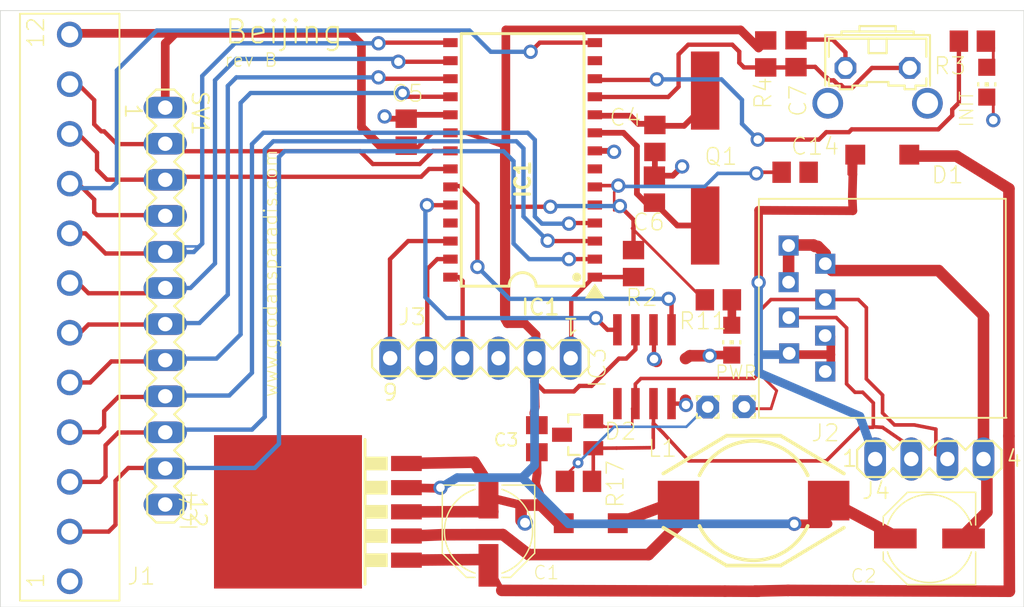
<source format=kicad_pcb>
(kicad_pcb (version 20241229) (generator "pcbnew") (generator_version "9.0")
  (layers (0 "F.Cu" signal) (4 "In1.Cu" signal) (6 "In2.Cu" signal) (8 "In3.Cu" signal) (10 "In4.Cu" signal) (2 "B.Cu" signal) (13 "F.Paste" user) (15 "B.Paste" user) (5 "F.SilkS" user "F.Silkscreen") (7 "B.SilkS" user "B.Silkscreen") (1 "F.Mask" user) (3 "B.Mask" user) (25 "Edge.Cuts" user))
  (net 0 "")
  (net 1 "+12V")
  (net 2 "VREF")
  (net 3 "GND")
  (net 4 "VCC")
  (net 5 "TXCAN")
  (net 6 "N$4")
  (net 7 "N$6")
  (net 8 "RXCAN")
  (net 9 "N$5")
  (net 10 "N$12")
  (net 11 "N$13")
  (net 12 "N$14")
  (net 13 "N$15")
  (net 14 "CANL")
  (net 15 "N$3")
  (net 16 "N$1")
  (net 17 "N$2")
  (net 18 "N$7")
  (net 19 "N$20")
  (net 20 "N$22")
  (net 21 "N$11")
  (net 22 "IO10")
  (net 23 "IO9")
  (net 24 "IO8")
  (net 25 "IO7")
  (net 26 "IO6")
  (net 27 "IO5")
  (net 28 "IO4")
  (net 29 "IO3")
  (net 30 "IO2")
  (net 31 "IO1")
  (footprint "beijing_rev_B:C0805" (layer "F.Cu") (at 158.5437 93.0044 90)
    (property "Reference" "C4")
    (property "Value" "15pF" (hide yes))
  )
  (footprint "beijing_rev_B:9C" (layer "F.Cu") (at 162.0811 94.3736 -90)
    (property "Reference" "Q1")
    (property "Value" "10 MHz" (hide yes))
  )
  (footprint "beijing_rev_B:PANASONIC_D" (layer "F.Cu") (at 146.8389 120.6594 -90)
    (property "Reference" "C1")
    (property "Value" "100uF" (hide yes))
  )
  (footprint "beijing_rev_B:R0805" (layer "F.Cu") (at 166.3411 87.0536 90)
    (property "Reference" "R4")
    (property "Value" "10K" (hide yes))
  )
  (footprint "beijing_rev_B:R0805" (layer "F.Cu") (at 180.8811 86.1536 180)
    (property "Reference" "R3")
    (property "Value" "1K" (hide yes))
  )
  (footprint "beijing_rev_B:TO263-5" (layer "F.Cu") (at 135.2751 119.2912 90)
    (property "Reference" "IC4")
    (property "Value" "LM2575S" (hide yes))
  )
  (footprint "beijing_rev_B:MA04-1" (layer "F.Cu") (at 177.8511 115.5736)
    (property "Reference" "J4")
    (property "Value" "")
  )
  (footprint "beijing_rev_B:RJ-45" (layer "F.Cu") (at 176.8811 104.9636 90)
    (property "Reference" "J2")
    (property "Value" "A00-108-220-450" (hide yes))
  )
  (footprint "beijing_rev_B:R0805" (layer "F.Cu") (at 157.0411 101.8136 90)
    (property "Reference" "R2")
    (property "Value" "10K" (hide yes))
  )
  (footprint "beijing_rev_B:B3F-31XX" (layer "F.Cu") (at 174.2111 89.2836 180)
    (property "Reference" "S1" (hide yes))
    (property "Value" "")
  )
  (footprint "beijing_rev_B:SOT23" (layer "F.Cu") (at 153.1111 113.8636 90)
    (property "Reference" "D2")
    (property "Value" "NUP2105L" (hide yes))
  )
  (footprint "beijing_rev_B:R0805" (layer "F.Cu") (at 163.0111 104.3636 180)
    (property "Reference" "R11")
    (property "Value" "1K" (hide yes))
  )
  (footprint "beijing_rev_B:CHIP-LED0805" (layer "F.Cu") (at 163.9511 107.2036 180)
    (property "Reference" "LED2" (hide yes))
    (property "Value" "Red LED")
  )
  (footprint "beijing_rev_B:CHIP-LED0805" (layer "F.Cu") (at 181.8911 89.0436 180)
    (property "Reference" "LED1" (hide yes))
    (property "Value" "")
  )
  (footprint "beijing_rev_B:C0805" (layer "F.Cu") (at 168.4111 95.3836 180)
    (property "Reference" "C14")
    (property "Value" "10 uF" (hide yes))
  )
  (footprint "beijing_rev_B:MA12-1" (layer "F.Cu") (at 124.1011 104.8036 -90)
    (property "Reference" "SV1")
    (property "Value" "")
  )
  (footprint "beijing_rev_B:SO28" (layer "F.Cu") (at 149.2411 94.5136 90)
    (property "Reference" "IC1")
    (property "Value" "PIC18F2580" (hide yes))
  )
  (footprint "beijing_rev_B:1,6_0,8" (layer "F.Cu") (at 164.8311 111.8936)
    (property "Reference" "PAD2" (hide yes))
    (property "Value" "")
  )
  (footprint "beijing_rev_B:C0805" (layer "F.Cu") (at 168.4711 87.0336 -90)
    (property "Reference" "C7")
    (property "Value" "0.1uF" (hide yes))
  )
  (footprint "beijing_rev_B:MA06-1" (layer "F.Cu") (at 146.2711 108.4736 180)
    (property "Reference" "J3")
    (property "Value" "")
  )
  (footprint "beijing_rev_B:SOD123" (layer "F.Cu") (at 154.0333 120.0914 180)
    (property "Reference" "D3" (hide yes))
    (property "Value" "1N5819" (hide yes))
  )
  (footprint "beijing_rev_B:0805" (layer "F.Cu") (at 150.2411 114.1436 90)
    (property "Reference" "C3")
    (property "Value" "100nF" (hide yes))
  )
  (footprint "beijing_rev_B:SOD123" (layer "F.Cu") (at 174.5411 94.1436 180)
    (property "Reference" "D1")
    (property "Value" "1N5819" (hide yes))
  )
  (footprint "beijing_rev_B:PANASONIC_D" (layer "F.Cu") (at 177.8587 121.1678 180)
    (property "Reference" "C2")
    (property "Value" "330uF" (hide yes))
  )
  (footprint "beijing_rev_B:1,6_0,8" (layer "F.Cu") (at 162.2611 111.9136)
    (property "Reference" "PAD1" (hide yes))
    (property "Value" "")
  )
  (footprint "beijing_rev_B:DO3316P" (layer "F.Cu") (at 165.4887 118.5014)
    (property "Reference" "L1")
    (property "Value" "330 uH" (hide yes))
  )
  (footprint "beijing_rev_B:SO-08" (layer "F.Cu") (at 157.8111 109.0736 180)
    (property "Reference" "IC3")
    (property "Value" "MCP2551SN" (hide yes))
  )
  (footprint "beijing_rev_B:R0805" (layer "F.Cu") (at 153.1711 117.1436 180)
    (property "Reference" "R17")
    (property "Value" "120" (hide yes))
  )
  (footprint "beijing_rev_B:C0805" (layer "F.Cu") (at 158.5127 96.575 -90)
    (property "Reference" "C6")
    (property "Value" "15pF" (hide yes))
  )
  (footprint "beijing_rev_B:C0805" (layer "F.Cu") (at 141.0511 92.5636 90)
    (property "Reference" "C5")
    (property "Value" "0.1uF" (hide yes))
  )
  (footprint "beijing_rev_B:PINHEAD-12" (layer "F.Cu") (at 117.3811 106.6836 90)
    (property "Reference" "J1")
    (property "Value" "OSTTE-12" (hide yes))
  )
  (gr_line (start 112.5011 84.0036) (end 184.5011 84.0036) (stroke (width 0.05)) (layer "Edge.Cuts"))
  (gr_line (start 184.5011 84.0036) (end 184.5011 126.0036) (stroke (width 0.05)) (layer "Edge.Cuts"))
  (gr_line (start 112.5011 126.0036) (end 112.5011 84.0036) (stroke (width 0.05)) (layer "Edge.Cuts"))
  (gr_line (start 184.5011 126.0036) (end 112.5011 126.0036) (stroke (width 0.05)) (layer "Edge.Cuts"))
  (gr_text "INIT" (at 181.0211 92.2836 90) (layer "F.SilkS") (effects (font (size 0.93472 0.93472) (thickness 0.08128)) (justify left bottom)))
  (gr_text "www.grodansparadis.com" (at 132.0491 111.2696 90) (layer "F.SilkS") (effects (font (size 0.93472 0.93472) (thickness 0.08128)) (justify left bottom)))
  (gr_text "Beijing" (at 128.1975 86.4482 0) (layer "F.SilkS") (effects (font (size 1.63576 1.63576) (thickness 0.14224)) (justify left bottom)))
  (gr_text "rev B" (at 128.2051 88.0306 0) (layer "F.SilkS") (effects (font (size 0.93472 0.93472) (thickness 0.08128)) (justify left bottom)))
  (gr_text "PWR" (at 162.7311 110.0136 0) (layer "F.SilkS") (effects (font (size 0.93472 0.93472) (thickness 0.08128)) (justify left bottom)))
  (segment (start 165.8411 103.1436) (end 165.8411 98.0636) (width 0.6096) (layer "F.Cu") (net 1))
  (segment (start 172.1911 95.5236) (end 172.1911 94.2536) (width 0.2032) (layer "F.Cu") (net 1))
  (segment (start 172.6411 94.1436) (end 172.3211 94.1636) (width 0.4064) (layer "F.Cu") (net 1))
  (segment (start 172.4726 95.5303) (end 172.1911 95.5236) (width 0.2032) (layer "F.Cu") (net 1))
  (segment (start 170.9211 106.9536) (end 170.5211 106.8836) (width 0.6096) (layer "F.Cu") (net 1))
  (segment (start 170.9211 108.2236) (end 170.9211 106.9536) (width 0.6096) (layer "F.Cu") (net 1))
  (segment (start 167.9911 108.1336) (end 168.3811 108.2236) (width 0.2032) (layer "F.Cu") (net 1))
  (segment (start 172.4311 97.1436) (end 172.4726 95.5303) (width 0.6096) (layer "F.Cu") (net 1))
  (segment (start 168.3811 108.2236) (end 170.9211 108.2236) (width 0.6096) (layer "F.Cu") (net 1))
  (segment (start 170.9211 108.2236) (end 170.9211 109.4936) (width 0.6096) (layer "F.Cu") (net 1))
  (segment (start 172.4711 98.0936) (end 172.4311 97.1436) (width 0.6096) (layer "F.Cu") (net 1))
  (segment (start 172.1911 94.2536) (end 172.6411 94.1436) (width 0.2032) (layer "F.Cu") (net 1))
  (segment (start 170.9211 109.4936) (end 170.5311 109.4136) (width 0.6096) (layer "F.Cu") (net 1))
  (segment (start 165.8411 98.0636) (end 172.4711 98.0936) (width 0.6096) (layer "F.Cu") (net 1))
  (segment (start 172.4726 95.5303) (end 172.5111 94.0336) (width 0.6096) (layer "F.Cu") (net 1))
  (via (at 165.8411 103.1436) (size 1.0064) (drill 0.6) (layers "F.Cu" "B.Cu") (net 1))
  (segment (start 165.8411 108.2236) (end 165.8411 103.1436) (width 0.6096) (layer "B.Cu") (net 1))
  (segment (start 165.8411 108.2236) (end 168.3811 108.2236) (width 0.6096) (layer "B.Cu") (net 1))
  (segment (start 165.8411 109.4936) (end 165.8411 108.2236) (width 0.6096) (layer "B.Cu") (net 1))
  (segment (start 165.8411 109.4936) (end 172.9711 112.5636) (width 0.6096) (layer "B.Cu") (net 1))
  (segment (start 172.9711 112.5636) (end 174.0411 115.5736) (width 0.6096) (layer "B.Cu") (net 1))
  (segment (start 168.3811 108.2236) (end 167.9911 108.1336) (width 0.2032) (layer "B.Cu") (net 1))
  (segment (start 159.8097 95.625) (end 160.4611 94.9736) (width 0.4064) (layer "F.Cu") (net 3))
  (segment (start 151.8333 120.1266) (end 151.9251 120.2184) (width 0.6096) (layer "F.Cu") (net 3))
  (segment (start 146.9389 118.8546) (end 146.9721 118.8214) (width 0.6096) (layer "F.Cu") (net 3))
  (segment (start 149.1311 118.8194) (end 150.5261 118.8194) (width 0.8128) (layer "F.Cu") (net 3))
  (segment (start 147.1479 118.8194) (end 146.8389 118.2594) (width 0.6096) (layer "F.Cu") (net 3))
  (segment (start 151.9759 120.0914) (end 152.0775 120.193) (width 0.6096) (layer "F.Cu") (net 3))
  (segment (start 151.9759 120.0914) (end 151.4311 119.5466) (width 0.6096) (layer "F.Cu") (net 3))
  (segment (start 141.0663 119.2912) (end 147.1483 119.2796) (width 0.8128) (layer "F.Cu") (net 3))
  (segment (start 147.1479 118.8194) (end 147.2007 118.8722) (width 0.6096) (layer "F.Cu") (net 3))
  (segment (start 171.0511 86.0436) (end 171.9505 86.943) (width 0.3048) (layer "F.Cu") (net 3))
  (segment (start 170.5311 101.1336) (end 170.0011 100.6036) (width 0.8128) (layer "F.Cu") (net 3))
  (segment (start 158.5437 95.594) (end 158.5437 93.9544) (width 0.4064) (layer "F.Cu") (net 3))
  (segment (start 169.7011 100.5036) (end 167.9911 100.5036) (width 0.8128) (layer "F.Cu") (net 3))
  (segment (start 182.3511 90.4436) (end 181.8911 90.0936) (width 0.2032) (layer "F.Cu") (net 3))
  (segment (start 167.9511 100.5436) (end 167.9511 103.1236) (width 0.8128) (layer "F.Cu") (net 3))
  (segment (start 147.1245 118.796) (end 147.1479 118.8194) (width 0.6096) (layer "F.Cu") (net 3))
  (segment (start 146.9721 118.8214) (end 146.9721 117.5514) (width 0.6096) (layer "F.Cu") (net 3))
  (segment (start 158.6511 108.7036) (end 158.4811 108.5336) (width 0.8128) (layer "F.Cu") (net 3))
  (segment (start 170.5311 101.8236) (end 170.5311 101.1336) (width 0.8128) (layer "F.Cu") (net 3))
  (segment (start 167.9911 100.5036) (end 167.9511 100.5436) (width 0.8128) (layer "F.Cu") (net 3))
  (segment (start 168.5111 86.0436) (end 171.0511 86.0436) (width 0.3048) (layer "F.Cu") (net 3))
  (segment (start 150.1611 117.3236) (end 150.2636 116.5236) (width 0.6096) (layer "F.Cu") (net 3))
  (segment (start 155.6061 93.8786) (end 155.6711 93.9436) (width 0.4064) (layer "F.Cu") (net 3))
  (segment (start 146.8329 119.3566) (end 147.1245 118.796) (width 0.6096) (layer "F.Cu") (net 3))
  (segment (start 158.4811 106.5086) (end 158.4461 106.4736) (width 0.3048) (layer "F.Cu") (net 3))
  (segment (start 168.4711 86.0836) (end 168.5111 86.0436) (width 0.3048) (layer "F.Cu") (net 3))
  (segment (start 147.1483 119.2796) (end 146.8329 119.3566) (width 0.6096) (layer "F.Cu") (net 3))
  (segment (start 180.2587 121.1678) (end 180.2587 120.946) (width 0.8128) (layer "F.Cu") (net 3))
  (segment (start 146.9389 118.8546) (end 146.8451 118.9484) (width 0.6096) (layer "F.Cu") (net 3))
  (segment (start 180.2587 120.946) (end 181.9011 119.3036) (width 0.8128) (layer "F.Cu") (net 3))
  (segment (start 154.3211 93.8786) (end 155.6061 93.8786) (width 0.4064) (layer "F.Cu") (net 3))
  (segment (start 181.9011 115.8136) (end 181.6611 115.5736) (width 0.8128) (layer "F.Cu") (net 3))
  (segment (start 149.1311 118.8194) (end 149.1311 118.6436) (width 0.254) (layer "F.Cu") (net 3))
  (segment (start 169.8011 100.6036) (end 169.7011 100.5036) (width 0.8128) (layer "F.Cu") (net 3))
  (segment (start 139.5311 91.4536) (end 139.6911 91.6136) (width 0.4064) (layer "F.Cu") (net 3))
  (segment (start 159.7161 111.6736) (end 160.6411 111.6736) (width 0.3048) (layer "F.Cu") (net 3))
  (segment (start 146.8389 118.2594) (end 146.9389 118.8546) (width 0.6096) (layer "F.Cu") (net 3))
  (segment (start 139.6911 91.6136) (end 141.0511 91.6136) (width 0.4064) (layer "F.Cu") (net 3))
  (segment (start 178.5011 102.3036) (end 171.0111 102.3036) (width 0.8128) (layer "F.Cu") (net 3))
  (segment (start 150.5261 118.8194) (end 151.8333 120.1266) (width 0.8128) (layer "F.Cu") (net 3))
  (segment (start 158.5127 95.625) (end 158.5437 95.594) (width 0.4064) (layer "F.Cu") (net 3))
  (segment (start 150.5261 118.2586) (end 150.1611 117.3236) (width 0.6096) (layer "F.Cu") (net 3))
  (segment (start 170.0011 100.6036) (end 169.8011 100.6036) (width 0.8128) (layer "F.Cu") (net 3))
  (segment (start 161.0011 108.3036) (end 160.7011 108.5036) (width 0.8128) (layer "F.Cu") (net 3))
  (segment (start 145.8407 115.7976) (end 141.0663 115.8876) (width 0.8128) (layer "F.Cu") (net 3))
  (segment (start 181.9011 119.3036) (end 181.9011 115.8136) (width 0.8128) (layer "F.Cu") (net 3))
  (segment (start 146.9721 117.5514) (end 145.8407 115.7976) (width 0.8128) (layer "F.Cu") (net 3))
  (segment (start 149.1311 118.8194) (end 149.1311 119.9136) (width 0.8128) (layer "F.Cu") (net 3))
  (segment (start 162.4511 108.2536) (end 163.9511 108.2536) (width 0.6096) (layer "F.Cu") (net 3))
  (segment (start 171.9505 86.943) (end 171.9505 88.039) (width 0.3048) (layer "F.Cu") (net 3))
  (segment (start 182.3511 91.7136) (end 182.3511 90.4436) (width 0.2032) (layer "F.Cu") (net 3))
  (segment (start 152.1333 120.0914) (end 151.9759 120.0914) (width 0.6096) (layer "F.Cu") (net 3))
  (segment (start 160.7011 111.4336) (end 160.7311 111.7636) (width 0.8128) (layer "F.Cu") (net 3))
  (segment (start 141.0511 91.6136) (end 141.3261 91.3386) (width 0.4064) (layer "F.Cu") (net 3))
  (segment (start 162.4011 108.3036) (end 161.0011 108.3036) (width 0.8128) (layer "F.Cu") (net 3))
  (segment (start 149.1311 119.9136) (end 149.4105 120.066) (width 0.6096) (layer "F.Cu") (net 3))
  (segment (start 141.3261 91.3386) (end 144.1611 91.3386) (width 0.4064) (layer "F.Cu") (net 3))
  (segment (start 181.6611 115.5736) (end 181.6611 105.4636) (width 0.8128) (layer "F.Cu") (net 3))
  (segment (start 158.5127 95.625) (end 159.8097 95.625) (width 0.4064) (layer "F.Cu") (net 3))
  (segment (start 158.5437 93.9544) (end 158.4679 93.8786) (width 0.4064) (layer "F.Cu") (net 3))
  (segment (start 181.6611 105.4636) (end 178.5011 102.3036) (width 0.8128) (layer "F.Cu") (net 3))
  (segment (start 151.8333 120.1266) (end 152.1333 120.0914) (width 0.6096) (layer "F.Cu") (net 3))
  (segment (start 160.6411 111.6736) (end 160.7311 111.7636) (width 0.3048) (layer "F.Cu") (net 3))
  (segment (start 150.5261 118.8194) (end 150.5261 118.2586) (width 0.6096) (layer "F.Cu") (net 3))
  (segment (start 158.4811 108.5336) (end 158.4811 106.5086) (width 0.3048) (layer "F.Cu") (net 3))
  (segment (start 171.0111 102.3036) (end 170.5311 101.8236) (width 0.8128) (layer "F.Cu") (net 3))
  (segment (start 146.8389 118.2594) (end 149.1311 118.8194) (width 0.6096) (layer "F.Cu") (net 3))
  (segment (start 150.2636 116.5236) (end 150.2411 115.0961) (width 0.6096) (layer "F.Cu") (net 3))
  (via (at 182.3511 91.7136) (size 1.0064) (drill 0.6) (layers "F.Cu" "B.Cu") (net 3))
  (via (at 158.4811 108.5336) (size 1.0064) (drill 0.6) (layers "F.Cu" "B.Cu") (net 3))
  (via (at 160.4611 94.9736) (size 1.0064) (drill 0.6) (layers "F.Cu" "B.Cu") (net 3))
  (via (at 155.6711 93.9436) (size 1.0064) (drill 0.6) (layers "F.Cu" "B.Cu") (net 3))
  (via (at 160.7311 111.7636) (size 1.0064) (drill 0.6) (layers "F.Cu" "B.Cu") (net 3))
  (via (at 162.4011 108.3036) (size 1.0064) (drill 0.6) (layers "F.Cu" "B.Cu") (net 3))
  (via (at 149.4105 120.066) (size 1.1064) (drill 0.7) (layers "F.Cu" "B.Cu") (net 3))
  (via (at 139.5311 91.4536) (size 1.0064) (drill 0.6) (layers "F.Cu" "B.Cu") (net 3))
  (segment (start 137.9011 92.2036) (end 137.9011 86.4036) (width 0.6096) (layer "F.Cu") (net 4))
  (segment (start 150.0811 110.1336) (end 150.1311 111.8836) (width 0.6096) (layer "F.Cu") (net 4))
  (segment (start 156.0111 108.5036) (end 156.5311 108.5036) (width 0.3048) (layer "F.Cu") (net 4))
  (segment (start 149.4011 106.0436) (end 150.1811 106.8236) (width 0.6096) (layer "F.Cu") (net 4))
  (segment (start 155.6811 98.0636) (end 156.0811 97.7636) (width 0.1778) (layer "F.Cu") (net 4))
  (segment (start 137.1011 85.6036) (end 124.8011 85.6036) (width 0.6096) (layer "F.Cu") (net 4))
  (segment (start 124.1011 86.3036) (end 124.8011 85.6036) (width 0.6096) (layer "F.Cu") (net 4))
  (segment (start 150.1811 108.3736) (end 150.0811 108.4736) (width 0.3048) (layer "F.Cu") (net 4))
  (segment (start 147.8011 93.5236) (end 147.8011 97.9236) (width 0.3048) (layer "F.Cu") (net 4))
  (segment (start 147.9111 97.8136) (end 151.1911 97.8136) (width 0.3048) (layer "F.Cu") (net 4))
  (segment (start 157.0411 98.7236) (end 157.0411 99.3336) (width 0.3048) (layer "F.Cu") (net 4))
  (segment (start 147.8011 97.9236) (end 147.9111 97.8136) (width 0.3048) (layer "F.Cu") (net 4))
  (segment (start 124.1011 90.8336) (end 124.1011 86.3036) (width 0.6096) (layer "F.Cu") (net 4))
  (segment (start 148.1611 106.0436) (end 149.4011 106.0436) (width 0.6096) (layer "F.Cu") (net 4))
  (segment (start 148.0611 105.6836) (end 148.0611 85.3636) (width 0.6096) (layer "F.Cu") (net 4))
  (segment (start 153.2411 110.4236) (end 154.0911 110.4236) (width 0.3048) (layer "F.Cu") (net 4))
  (segment (start 124.8011 85.6036) (end 117.4611 85.6036) (width 0.6096) (layer "F.Cu") (net 4))
  (segment (start 165.6811 95.4636) (end 165.7611 95.3836) (width 0.254) (layer "F.Cu") (net 4))
  (segment (start 170.7687 118.5014) (end 175.5487 121.0514) (width 0.8128) (layer "F.Cu") (net 4))
  (segment (start 117.4611 85.6036) (end 117.3811 85.6836) (width 0.6096) (layer "F.Cu") (net 4))
  (segment (start 141.0511 93.5136) (end 141.1511 93.6136) (width 0.3048) (layer "F.Cu") (net 4))
  (segment (start 170.7265 120.1336) (end 170.7687 118.5014) (width 0.3048) (layer "F.Cu") (net 4))
  (segment (start 162.0311 104.4136) (end 162.0611 104.3636) (width 0.2032) (layer "F.Cu") (net 4))
  (segment (start 157.1761 107.8586) (end 157.1761 106.4736) (width 0.3048) (layer "F.Cu") (net 4))
  (segment (start 143.4611 117.5936) (end 143.3569 117.6394) (width 0.3048) (layer "F.Cu") (net 4))
  (segment (start 156.0811 97.7636) (end 157.0411 98.7236) (width 0.3048) (layer "F.Cu") (net 4))
  (segment (start 141.0511 93.5136) (end 139.2111 93.5136) (width 0.6096) (layer "F.Cu") (net 4))
  (segment (start 143.3569 117.6394) (end 141.0663 117.5894) (width 0.6096) (layer "F.Cu") (net 4))
  (segment (start 141.8811 93.6136) (end 142.8861 92.6086) (width 0.3048) (layer "F.Cu") (net 4))
  (segment (start 144.1611 92.6086) (end 145.2661 92.6086) (width 0.3048) (layer "F.Cu") (net 4))
  (segment (start 154.0911 110.4236) (end 156.0111 108.5036) (width 0.3048) (layer "F.Cu") (net 4))
  (segment (start 156.5311 108.5036) (end 157.1761 107.8586) (width 0.3048) (layer "F.Cu") (net 4))
  (segment (start 148.0611 85.3636) (end 164.5711 85.3636) (width 0.6096) (layer "F.Cu") (net 4))
  (segment (start 168.3511 120.1336) (end 170.7265 120.1336) (width 0.6096) (layer "F.Cu") (net 4))
  (segment (start 147.8011 97.9236) (end 147.8011 105.4236) (width 0.3048) (layer "F.Cu") (net 4))
  (segment (start 150.7611 110.8136) (end 152.8511 110.8136) (width 0.3048) (layer "F.Cu") (net 4))
  (segment (start 137.9011 86.4036) (end 137.1011 85.6036) (width 0.6096) (layer "F.Cu") (net 4))
  (segment (start 139.2111 93.5136) (end 137.9011 92.2036) (width 0.6096) (layer "F.Cu") (net 4))
  (segment (start 156.9511 99.3336) (end 162.0311 104.4136) (width 0.2032) (layer "F.Cu") (net 4))
  (segment (start 142.8861 92.6086) (end 144.1611 92.6086) (width 0.3048) (layer "F.Cu") (net 4))
  (segment (start 150.0811 108.4736) (end 150.0811 110.1336) (width 0.6096) (layer "F.Cu") (net 4))
  (segment (start 150.1811 106.8236) (end 150.1811 108.3736) (width 0.6096) (layer "F.Cu") (net 4))
  (segment (start 165.8411 86.6336) (end 166.3411 86.1036) (width 0.6096) (layer "F.Cu") (net 4))
  (segment (start 147.9796 105.731) (end 148.0611 105.6836) (width 0.254) (layer "F.Cu") (net 4))
  (segment (start 150.0286 112.3511) (end 150.2411 113.1911) (width 0.6096) (layer "F.Cu") (net 4))
  (segment (start 150.1311 111.8836) (end 150.0286 112.3511) (width 0.6096) (layer "F.Cu") (net 4))
  (segment (start 157.0411 99.3336) (end 156.9511 99.3336) (width 0.2032) (layer "F.Cu") (net 4))
  (segment (start 150.0811 110.1336) (end 150.7611 110.8136) (width 0.3048) (layer "F.Cu") (net 4))
  (segment (start 147.8011 105.4236) (end 147.9796 105.731) (width 0.3048) (layer "F.Cu") (net 4))
  (segment (start 141.1511 93.6136) (end 141.8811 93.6136) (width 0.3048) (layer "F.Cu") (net 4))
  (segment (start 145.2661 92.6086) (end 147.8011 93.5236) (width 0.3048) (layer "F.Cu") (net 4))
  (segment (start 165.7611 95.3836) (end 167.4611 95.3836) (width 0.254) (layer "F.Cu") (net 4))
  (segment (start 147.9796 105.731) (end 148.1611 106.0436) (width 0.6096) (layer "F.Cu") (net 4))
  (segment (start 164.5711 85.3636) (end 165.8411 86.6336) (width 0.6096) (layer "F.Cu") (net 4))
  (segment (start 152.8511 110.8136) (end 153.2411 110.4236) (width 0.3048) (layer "F.Cu") (net 4))
  (segment (start 175.5487 121.0514) (end 175.4587 121.1678) (width 0.4064) (layer "F.Cu") (net 4))
  (segment (start 157.0411 99.3336) (end 157.0411 100.8636) (width 0.3048) (layer "F.Cu") (net 4))
  (segment (start 155.6811 96.7936) (end 155.9711 96.3236) (width 0.1778) (layer "F.Cu") (net 4))
  (segment (start 154.3211 96.4186) (end 154.4161 96.3236) (width 0.254) (layer "F.Cu") (net 4))
  (segment (start 154.4161 96.3236) (end 155.9711 96.3236) (width 0.254) (layer "F.Cu") (net 4))
  (segment (start 155.6811 98.0636) (end 155.6811 96.7936) (width 0.1778) (layer "F.Cu") (net 4))
  (via (at 151.1911 97.8136) (size 1.0064) (drill 0.6) (layers "F.Cu" "B.Cu") (net 4))
  (via (at 155.9711 96.3236) (size 1.0064) (drill 0.6) (layers "F.Cu" "B.Cu") (net 4))
  (via (at 165.6811 95.4636) (size 1.0064) (drill 0.6) (layers "F.Cu" "B.Cu") (net 4))
  (via (at 156.0811 97.7636) (size 1.0064) (drill 0.6) (layers "F.Cu" "B.Cu") (net 4))
  (via (at 168.3511 120.1336) (size 1.0064) (drill 0.6) (layers "F.Cu" "B.Cu") (net 4))
  (via (at 143.4611 117.5936) (size 1.0064) (drill 0.6) (layers "F.Cu" "B.Cu") (net 4))
  (segment (start 155.9711 96.3236) (end 156.0311 96.3836) (width 0.254) (layer "B.Cu") (net 4))
  (segment (start 151.1911 97.8136) (end 151.5411 97.7636) (width 0.3048) (layer "B.Cu") (net 4))
  (segment (start 152.4611 120.1336) (end 168.3511 120.1336) (width 0.6096) (layer "B.Cu") (net 4))
  (segment (start 150.0811 116.0136) (end 149.2111 116.8836) (width 0.6096) (layer "B.Cu") (net 4))
  (segment (start 150.0811 108.4736) (end 150.0811 116.0136) (width 0.6096) (layer "B.Cu") (net 4))
  (segment (start 151.5411 97.7636) (end 156.0811 97.7636) (width 0.3048) (layer "B.Cu") (net 4))
  (segment (start 162.0511 96.3836) (end 162.9711 95.4636) (width 0.254) (layer "B.Cu") (net 4))
  (segment (start 149.2111 116.8836) (end 144.6411 116.8836) (width 0.6096) (layer "B.Cu") (net 4))
  (segment (start 149.2111 116.8836) (end 152.4611 120.1336) (width 0.6096) (layer "B.Cu") (net 4))
  (segment (start 144.6411 116.8836) (end 143.4611 117.5936) (width 0.6096) (layer "B.Cu") (net 4))
  (segment (start 162.9711 95.4636) (end 165.6811 95.4636) (width 0.254) (layer "B.Cu") (net 4))
  (segment (start 156.0311 96.3836) (end 162.0511 96.3836) (width 0.254) (layer "B.Cu") (net 4))
  (segment (start 159.5111 104.2936) (end 159.7161 104.4986) (width 0.3048) (layer "F.Cu") (net 5))
  (segment (start 144.8211 96.3536) (end 144.2261 96.3536) (width 0.3048) (layer "F.Cu") (net 5))
  (segment (start 146.0611 102.0436) (end 146.0611 97.5936) (width 0.3048) (layer "F.Cu") (net 5))
  (segment (start 144.2261 96.3536) (end 144.1611 96.4186) (width 0.3048) (layer "F.Cu") (net 5))
  (segment (start 146.0611 97.5936) (end 144.8211 96.3536) (width 0.3048) (layer "F.Cu") (net 5))
  (segment (start 159.7161 104.4986) (end 159.7161 106.4736) (width 0.3048) (layer "F.Cu") (net 5))
  (via (at 159.5111 104.2936) (size 1.0064) (drill 0.6) (layers "F.Cu" "B.Cu") (net 5))
  (via (at 146.0611 102.0436) (size 1.0064) (drill 0.6) (layers "F.Cu" "B.Cu") (net 5))
  (segment (start 146.0611 102.0436) (end 148.3111 104.2936) (width 0.3048) (layer "B.Cu") (net 5))
  (segment (start 148.3111 104.2936) (end 159.5111 104.2936) (width 0.3048) (layer "B.Cu") (net 5))
  (segment (start 170.0811 93.0836) (end 170.6011 92.5636) (width 0.3048) (layer "F.Cu") (net 6))
  (segment (start 154.4261 88.7986) (end 154.5111 88.8836) (width 0.3048) (layer "F.Cu") (net 6))
  (segment (start 179.4611 91.3836) (end 179.4611 90.9636) (width 0.3048) (layer "F.Cu") (net 6))
  (segment (start 165.7811 93.0836) (end 170.0811 93.0836) (width 0.3048) (layer "F.Cu") (net 6))
  (segment (start 170.6011 92.5636) (end 172.1911 92.5636) (width 0.3048) (layer "F.Cu") (net 6))
  (segment (start 179.9311 90.4936) (end 179.9311 86.1536) (width 0.3048) (layer "F.Cu") (net 6))
  (segment (start 172.1911 92.5636) (end 172.3911 92.3636) (width 0.3048) (layer "F.Cu") (net 6))
  (segment (start 154.3211 88.7986) (end 154.4261 88.7986) (width 0.3048) (layer "F.Cu") (net 6))
  (segment (start 172.3911 92.3636) (end 178.4811 92.3636) (width 0.3048) (layer "F.Cu") (net 6))
  (segment (start 179.4611 90.9636) (end 179.9311 90.4936) (width 0.3048) (layer "F.Cu") (net 6))
  (segment (start 158.6411 88.8836) (end 158.6811 88.8436) (width 0.3048) (layer "F.Cu") (net 6))
  (segment (start 178.4811 92.3636) (end 179.4611 91.3836) (width 0.3048) (layer "F.Cu") (net 6))
  (segment (start 154.5111 88.8836) (end 158.6411 88.8836) (width 0.3048) (layer "F.Cu") (net 6))
  (via (at 165.7811 93.0836) (size 1.0064) (drill 0.6) (layers "F.Cu" "B.Cu") (net 6))
  (via (at 158.6811 88.8436) (size 1.0064) (drill 0.6) (layers "F.Cu" "B.Cu") (net 6))
  (segment (start 163.2311 88.8436) (end 164.6711 90.2836) (width 0.3048) (layer "B.Cu") (net 6))
  (segment (start 164.6711 90.2836) (end 164.6711 91.9736) (width 0.3048) (layer "B.Cu") (net 6))
  (segment (start 164.6711 91.9736) (end 165.7811 93.0836) (width 0.3048) (layer "B.Cu") (net 6))
  (segment (start 158.6811 88.8436) (end 163.2311 88.8436) (width 0.3048) (layer "B.Cu") (net 6))
  (segment (start 159.4911 90.0836) (end 160.2111 89.3636) (width 0.3048) (layer "F.Cu") (net 7))
  (segment (start 173.8157 88.039) (end 176.4717 88.039) (width 0.3048) (layer "F.Cu") (net 7))
  (segment (start 164.4811 87.6736) (end 164.8111 88.0036) (width 0.3048) (layer "F.Cu") (net 7))
  (segment (start 170.5711 88.7136) (end 170.6311 88.7136) (width 0.3048) (layer "F.Cu") (net 7))
  (segment (start 170.8311 88.9136) (end 171.1211 88.9136) (width 0.3048) (layer "F.Cu") (net 7))
  (segment (start 171.1211 88.9136) (end 171.4511 89.2436) (width 0.3048) (layer "F.Cu") (net 7))
  (segment (start 171.6411 89.2436) (end 171.8311 89.4336) (width 0.3048) (layer "F.Cu") (net 7))
  (segment (start 163.9911 86.4036) (end 164.4811 86.8936) (width 0.3048) (layer "F.Cu") (net 7))
  (segment (start 172.4211 89.4336) (end 173.8157 88.039) (width 0.3048) (layer "F.Cu") (net 7))
  (segment (start 171.4511 89.2436) (end 171.6411 89.2436) (width 0.3048) (layer "F.Cu") (net 7))
  (segment (start 170.6311 88.7136) (end 170.8311 88.9136) (width 0.3048) (layer "F.Cu") (net 7))
  (segment (start 171.8311 89.4336) (end 172.4211 89.4336) (width 0.3048) (layer "F.Cu") (net 7))
  (segment (start 168.4511 88.0036) (end 168.4711 87.9836) (width 0.3048) (layer "F.Cu") (net 7))
  (segment (start 160.2111 87.0836) (end 160.8911 86.4036) (width 0.3048) (layer "F.Cu") (net 7))
  (segment (start 166.3411 88.0036) (end 168.4511 88.0036) (width 0.3048) (layer "F.Cu") (net 7))
  (segment (start 154.3211 90.0686) (end 154.3361 90.0836) (width 0.3048) (layer "F.Cu") (net 7))
  (segment (start 160.2111 89.3636) (end 160.2111 87.0836) (width 0.3048) (layer "F.Cu") (net 7))
  (segment (start 168.4911 87.9636) (end 169.8211 87.9636) (width 0.3048) (layer "F.Cu") (net 7))
  (segment (start 164.4811 86.8936) (end 164.4811 87.6736) (width 0.3048) (layer "F.Cu") (net 7))
  (segment (start 168.4711 87.9836) (end 168.4911 87.9636) (width 0.3048) (layer "F.Cu") (net 7))
  (segment (start 160.8911 86.4036) (end 163.9911 86.4036) (width 0.3048) (layer "F.Cu") (net 7))
  (segment (start 154.3361 90.0836) (end 159.4911 90.0836) (width 0.3048) (layer "F.Cu") (net 7))
  (segment (start 169.8211 87.9636) (end 170.5711 88.7136) (width 0.3048) (layer "F.Cu") (net 7))
  (segment (start 164.8111 88.0036) (end 166.3411 88.0036) (width 0.3048) (layer "F.Cu") (net 7))
  (segment (start 144.1461 97.7036) (end 144.1611 97.6886) (width 0.3048) (layer "F.Cu") (net 8))
  (segment (start 154.3911 105.6536) (end 155.2111 106.4736) (width 0.3048) (layer "F.Cu") (net 8))
  (segment (start 155.2111 106.4736) (end 155.9061 106.4736) (width 0.3048) (layer "F.Cu") (net 8))
  (segment (start 142.5111 97.7036) (end 144.1461 97.7036) (width 0.3048) (layer "F.Cu") (net 8))
  (via (at 142.5111 97.7036) (size 1.0064) (drill 0.6) (layers "F.Cu" "B.Cu") (net 8))
  (via (at 154.3911 105.6536) (size 1.0064) (drill 0.6) (layers "F.Cu" "B.Cu") (net 8))
  (segment (start 142.4011 104.1836) (end 143.8711 105.6536) (width 0.3048) (layer "B.Cu") (net 8))
  (segment (start 142.4011 104.1836) (end 142.4011 97.8136) (width 0.3048) (layer "B.Cu") (net 8))
  (segment (start 143.8711 105.6536) (end 154.3911 105.6536) (width 0.3048) (layer "B.Cu") (net 8))
  (segment (start 142.4011 97.8136) (end 142.5111 97.7036) (width 0.3048) (layer "B.Cu") (net 8))
  (segment (start 181.8911 87.9936) (end 182.3511 87.9036) (width 0.2032) (layer "F.Cu") (net 9))
  (segment (start 182.3511 87.9036) (end 182.3511 86.6336) (width 0.2032) (layer "F.Cu") (net 9))
  (segment (start 182.3511 86.6336) (end 181.8311 86.1536) (width 0.254) (layer "F.Cu") (net 9))
  (segment (start 157.0411 102.7636) (end 157.0361 102.7686) (width 0.3048) (layer "F.Cu") (net 10))
  (segment (start 152.6211 108.4736) (end 152.6611 108.4336) (width 0.3048) (layer "F.Cu") (net 10))
  (segment (start 152.6611 104.3436) (end 154.2411 102.7636) (width 0.3048) (layer "F.Cu") (net 10))
  (segment (start 157.0361 102.7686) (end 154.3211 102.7686) (width 0.3048) (layer "F.Cu") (net 10))
  (segment (start 152.6611 108.4336) (end 152.6611 104.3436) (width 0.3048) (layer "F.Cu") (net 10))
  (segment (start 154.2411 102.7636) (end 157.0411 102.7636) (width 0.3048) (layer "F.Cu") (net 10))
  (segment (start 145.0011 108.4736) (end 145.0211 108.4536) (width 0.3048) (layer "F.Cu") (net 11))
  (segment (start 144.7461 102.7686) (end 144.1611 102.7686) (width 0.3048) (layer "F.Cu") (net 11))
  (segment (start 145.0211 103.0436) (end 144.7461 102.7686) (width 0.3048) (layer "F.Cu") (net 11))
  (segment (start 145.0211 108.4536) (end 145.0211 103.0436) (width 0.3048) (layer "F.Cu") (net 11))
  (segment (start 142.5311 102.2036) (end 143.2361 101.4986) (width 0.3048) (layer "F.Cu") (net 12))
  (segment (start 143.2361 101.4986) (end 144.1611 101.4986) (width 0.3048) (layer "F.Cu") (net 12))
  (segment (start 142.5311 108.4036) (end 142.5311 102.2036) (width 0.3048) (layer "F.Cu") (net 12))
  (segment (start 142.4611 108.4736) (end 142.5311 108.4036) (width 0.3048) (layer "F.Cu") (net 12))
  (segment (start 139.9111 108.4636) (end 139.9111 101.5036) (width 0.3048) (layer "F.Cu") (net 13))
  (segment (start 141.1861 100.2286) (end 144.1611 100.2286) (width 0.3048) (layer "F.Cu") (net 13))
  (segment (start 139.9111 101.5036) (end 141.1861 100.2286) (width 0.3048) (layer "F.Cu") (net 13))
  (segment (start 139.9211 108.4736) (end 139.9111 108.4636) (width 0.3048) (layer "F.Cu") (net 13))
  (segment (start 154.2111 112.9136) (end 154.9511 113.2636) (width 0.2032) (layer "F.Cu") (net 14))
  (segment (start 157.5611 109.9036) (end 165.5211 109.9036) (width 0.254) (layer "F.Cu") (net 14))
  (segment (start 174.5611 111.0736) (end 174.5611 112.3336) (width 0.254) (layer "F.Cu") (net 14))
  (segment (start 178.3111 113.4736) (end 178.3111 115.2536) (width 0.254) (layer "F.Cu") (net 14))
  (segment (start 165.8861 109.5386) (end 167.1111 110.7636) (width 0.2032) (layer "F.Cu") (net 14))
  (segment (start 176.7911 113.1736) (end 178.3111 113.4736) (width 0.254) (layer "F.Cu") (net 14))
  (segment (start 175.4011 113.1736) (end 176.7911 113.1736) (width 0.254) (layer "F.Cu") (net 14))
  (segment (start 172.8511 104.3436) (end 173.4211 104.9136) (width 0.254) (layer "F.Cu") (net 14))
  (segment (start 166.7111 104.3436) (end 170.5311 104.3436) (width 0.254) (layer "F.Cu") (net 14))
  (segment (start 157.1711 110.2936) (end 157.5611 109.9036) (width 0.254) (layer "F.Cu") (net 14))
  (segment (start 167.1111 110.7636) (end 166.7111 112.0336) (width 0.2032) (layer "F.Cu") (net 14))
  (segment (start 165.9811 109.4436) (end 165.9811 105.0736) (width 0.254) (layer "F.Cu") (net 14))
  (segment (start 165.8861 109.5386) (end 165.8411 109.4936) (width 0.2032) (layer "F.Cu") (net 14))
  (segment (start 164.5711 112.0336) (end 164.8311 111.8936) (width 0.2032) (layer "F.Cu") (net 14))
  (segment (start 156.9511 112.0336) (end 157.1761 111.6736) (width 0.2032) (layer "F.Cu") (net 14))
  (segment (start 157.1711 111.6686) (end 157.1711 110.2936) (width 0.254) (layer "F.Cu") (net 14))
  (segment (start 173.4211 104.9136) (end 173.4211 109.9336) (width 0.254) (layer "F.Cu") (net 14))
  (segment (start 154.4111 113.3036) (end 156.9511 113.3036) (width 0.1778) (layer "F.Cu") (net 14))
  (segment (start 173.4211 109.9336) (end 174.5611 111.0736) (width 0.254) (layer "F.Cu") (net 14))
  (segment (start 157.1761 111.6736) (end 157.1711 111.6686) (width 0.254) (layer "F.Cu") (net 14))
  (segment (start 174.5611 112.3336) (end 175.4011 113.1736) (width 0.254) (layer "F.Cu") (net 14))
  (segment (start 165.9811 105.0736) (end 166.7111 104.3436) (width 0.254) (layer "F.Cu") (net 14))
  (segment (start 154.2111 112.9136) (end 154.4111 113.3036) (width 0.1778) (layer "F.Cu") (net 14))
  (segment (start 165.8861 109.5386) (end 165.9811 109.4436) (width 0.254) (layer "F.Cu") (net 14))
  (segment (start 178.3111 115.2536) (end 179.1211 115.5736) (width 0.254) (layer "F.Cu") (net 14))
  (segment (start 165.5211 109.9036) (end 165.8861 109.5386) (width 0.254) (layer "F.Cu") (net 14))
  (segment (start 170.5311 104.3436) (end 172.8511 104.3436) (width 0.254) (layer "F.Cu") (net 14))
  (segment (start 166.7111 112.0336) (end 164.5711 112.0336) (width 0.2032) (layer "F.Cu") (net 14))
  (segment (start 156.9511 113.3036) (end 156.9511 112.0336) (width 0.1778) (layer "F.Cu") (net 14))
  (segment (start 176.9811 94.1436) (end 176.4411 94.1436) (width 0.4064) (layer "F.Cu") (net 15))
  (segment (start 146.8389 123.0594) (end 147.7731 124.8236) (width 0.4064) (layer "F.Cu") (net 15))
  (segment (start 179.7511 94.2436) (end 177.0811 94.2436) (width 0.8128) (layer "F.Cu") (net 15))
  (segment (start 165.7911 124.8836) (end 165.5711 124.8736) (width 0.8128) (layer "F.Cu") (net 15))
  (segment (start 177.0811 94.2436) (end 176.9811 94.1436) (width 0.4064) (layer "F.Cu") (net 15))
  (segment (start 146.8543 122.6448) (end 146.8389 123.0594) (width 0.4064) (layer "F.Cu") (net 15))
  (segment (start 167.9211 124.8236) (end 183.4811 124.8836) (width 0.8128) (layer "F.Cu") (net 15))
  (segment (start 183.4511 113.9536) (end 183.4511 96.5436) (width 0.8128) (layer "F.Cu") (net 15))
  (segment (start 141.0663 122.6948) (end 146.8543 122.6448) (width 0.8128) (layer "F.Cu") (net 15))
  (segment (start 183.4811 124.8836) (end 183.4511 113.9536) (width 0.8128) (layer "F.Cu") (net 15))
  (segment (start 163.4711 124.8736) (end 165.7911 124.8836) (width 0.8128) (layer "F.Cu") (net 15))
  (segment (start 183.4511 96.5436) (end 179.7511 94.2436) (width 0.8128) (layer "F.Cu") (net 15))
  (segment (start 147.7731 124.8236) (end 163.4711 124.8736) (width 0.8128) (layer "F.Cu") (net 15))
  (segment (start 165.5711 124.8736) (end 167.9211 124.8236) (width 0.8128) (layer "F.Cu") (net 15))
  (segment (start 143.5177 120.9036) (end 147.8469 120.8936) (width 0.8128) (layer "F.Cu") (net 16))
  (segment (start 160.2087 120.1898) (end 160.2087 118.5014) (width 0.6096) (layer "F.Cu") (net 16))
  (segment (start 160.2087 118.5014) (end 160.2817 120.0914) (width 0.6096) (layer "F.Cu") (net 16))
  (segment (start 141.1555 121.0554) (end 141.1159 121.0054) (width 0.8128) (layer "F.Cu") (net 16))
  (segment (start 160.2087 118.5014) (end 155.9333 120.0914) (width 0.8128) (layer "F.Cu") (net 16))
  (segment (start 141.0663 120.993) (end 141.1555 121.0554) (width 0.6096) (layer "F.Cu") (net 16))
  (segment (start 141.1555 121.0554) (end 141.0285 121.1084) (width 0.6096) (layer "F.Cu") (net 16))
  (segment (start 160.2817 120.0914) (end 160.3325 120.1422) (width 0.6096) (layer "F.Cu") (net 16))
  (segment (start 147.8469 120.8936) (end 149.6645 122.3012) (width 0.8128) (layer "F.Cu") (net 16))
  (segment (start 158.0973 122.3012) (end 160.2087 120.1898) (width 0.8128) (layer "F.Cu") (net 16))
  (segment (start 149.6645 122.3012) (end 158.0973 122.3012) (width 0.8128) (layer "F.Cu") (net 16))
  (segment (start 141.1159 121.0054) (end 143.5177 120.9036) (width 0.8128) (layer "F.Cu") (net 16))
  (segment (start 158.4629 91.9736) (end 158.5437 92.0544) (width 0.4064) (layer "F.Cu") (net 17))
  (segment (start 158.0211 91.9736) (end 158.1611 92.1136) (width 0.4064) (layer "F.Cu") (net 17))
  (segment (start 157.3711 91.9736) (end 158.0211 91.9736) (width 0.4064) (layer "F.Cu") (net 17))
  (segment (start 158.0211 91.9736) (end 158.4629 91.9736) (width 0.4064) (layer "F.Cu") (net 17))
  (segment (start 156.8011 91.4036) (end 157.3711 91.9736) (width 0.4064) (layer "F.Cu") (net 17))
  (segment (start 158.1611 92.1136) (end 160.6011 92.1136) (width 0.4064) (layer "F.Cu") (net 17))
  (segment (start 154.3211 91.3386) (end 154.3861 91.4036) (width 0.4064) (layer "F.Cu") (net 17))
  (segment (start 154.3861 91.4036) (end 156.8011 91.4036) (width 0.4064) (layer "F.Cu") (net 17))
  (segment (start 160.6011 92.1136) (end 162.0811 90.6336) (width 0.4064) (layer "F.Cu") (net 17))
  (segment (start 162.0811 90.6336) (end 162.0811 89.6336) (width 0.4064) (layer "F.Cu") (net 17))
  (segment (start 157.2811 96.8936) (end 157.2811 93.5536) (width 0.4064) (layer "F.Cu") (net 18))
  (segment (start 157.9125 97.525) (end 158.5127 97.525) (width 0.4064) (layer "F.Cu") (net 18))
  (segment (start 157.2811 93.5536) (end 156.3311 92.6036) (width 0.4064) (layer "F.Cu") (net 18))
  (segment (start 157.2811 96.8936) (end 157.9125 97.525) (width 0.4064) (layer "F.Cu") (net 18))
  (segment (start 158.5127 97.525) (end 160.1213 99.1336) (width 0.4064) (layer "F.Cu") (net 18))
  (segment (start 160.1213 99.1336) (end 162.0811 99.1336) (width 0.4064) (layer "F.Cu") (net 18))
  (segment (start 156.3311 92.6036) (end 154.3261 92.6036) (width 0.4064) (layer "F.Cu") (net 18))
  (segment (start 154.3261 92.6036) (end 154.3211 92.6086) (width 0.4064) (layer "F.Cu") (net 18))
  (segment (start 163.9611 106.1436) (end 163.9611 104.3636) (width 0.6096) (layer "F.Cu") (net 19))
  (segment (start 163.9511 106.1536) (end 163.9611 106.1436) (width 0.6096) (layer "F.Cu") (net 19))
  (segment (start 174.5511 113.3436) (end 176.2811 114.5336) (width 0.254) (layer "F.Cu") (net 20))
  (segment (start 171.3011 105.6136) (end 167.9711 105.6136) (width 0.254) (layer "F.Cu") (net 20))
  (segment (start 172.9611 113.3436) (end 173.8711 113.3436) (width 0.254) (layer "F.Cu") (net 20))
  (segment (start 173.9111 111.6236) (end 173.1611 110.8736) (width 0.254) (layer "F.Cu") (net 20))
  (segment (start 173.8711 113.3436) (end 173.9111 113.3036) (width 0.254) (layer "F.Cu") (net 20))
  (segment (start 172.0311 110.2836) (end 172.0311 106.3436) (width 0.254) (layer "F.Cu") (net 20))
  (segment (start 170.6011 115.7036) (end 172.9611 113.3436) (width 0.254) (layer "F.Cu") (net 20))
  (segment (start 176.2811 114.5336) (end 176.5811 115.5736) (width 0.254) (layer "F.Cu") (net 20))
  (segment (start 158.4461 113.0586) (end 159.1111 113.7236) (width 0.254) (layer "F.Cu") (net 20))
  (segment (start 172.0311 106.3436) (end 171.3011 105.6136) (width 0.254) (layer "F.Cu") (net 20))
  (segment (start 158.4461 111.6736) (end 158.4211 111.6986) (width 0.3048) (layer "F.Cu") (net 20))
  (segment (start 158.4311 114.7736) (end 158.4311 113.0736) (width 0.254) (layer "F.Cu") (net 20))
  (segment (start 154.2111 117.0536) (end 154.2111 114.8136) (width 0.254) (layer "F.Cu") (net 20))
  (segment (start 173.1611 110.8736) (end 172.6211 110.8736) (width 0.254) (layer "F.Cu") (net 20))
  (segment (start 172.6211 110.8736) (end 172.0311 110.2836) (width 0.254) (layer "F.Cu") (net 20))
  (segment (start 173.9111 113.3036) (end 173.9111 111.6236) (width 0.254) (layer "F.Cu") (net 20))
  (segment (start 173.9111 113.3036) (end 174.5511 113.3436) (width 0.254) (layer "F.Cu") (net 20))
  (segment (start 154.1211 117.1436) (end 154.2111 117.0536) (width 0.254) (layer "F.Cu") (net 20))
  (segment (start 160.9311 115.7036) (end 170.6011 115.7036) (width 0.254) (layer "F.Cu") (net 20))
  (segment (start 154.2111 114.8136) (end 155.8411 114.8036) (width 0.254) (layer "F.Cu") (net 20))
  (segment (start 155.8411 114.8036) (end 158.4311 114.7736) (width 0.254) (layer "F.Cu") (net 20))
  (segment (start 158.4461 113.0586) (end 158.4461 111.6736) (width 0.254) (layer "F.Cu") (net 20))
  (segment (start 158.4311 113.0736) (end 158.4461 113.0586) (width 0.254) (layer "F.Cu") (net 20))
  (segment (start 159.1111 113.7236) (end 160.9311 115.7036) (width 0.254) (layer "F.Cu") (net 20))
  (segment (start 152.2211 117.1436) (end 151.8711 117.1136) (width 0.1778) (layer "F.Cu") (net 21))
  (segment (start 151.8711 117.1136) (end 153.1411 115.8436) (width 0.1778) (layer "F.Cu") (net 21))
  (via (at 153.1411 115.8436) (size 0.762) (drill 0.3556) (layers "F.Cu" "B.Cu") (net 21))
  (segment (start 155.6811 113.3036) (end 160.7611 113.3036) (width 0.1778) (layer "B.Cu") (net 21))
  (segment (start 153.1411 115.8436) (end 155.6811 113.3036) (width 0.1778) (layer "B.Cu") (net 21))
  (segment (start 160.7611 113.3036) (end 162.0311 112.0336) (width 0.1778) (layer "B.Cu") (net 21))
  (segment (start 162.0311 112.0336) (end 162.2611 111.9136) (width 0.1778) (layer "B.Cu") (net 21))
  (segment (start 154.3211 101.4986) (end 152.5061 101.4986) (width 0.3048) (layer "F.Cu") (net 22))
  (segment (start 120.6011 117.1036) (end 121.5011 116.2036) (width 0.3048) (layer "F.Cu") (net 22))
  (segment (start 120.1211 120.6836) (end 120.6011 120.2036) (width 0.3048) (layer "F.Cu") (net 22))
  (segment (start 152.5061 101.4986) (end 152.5011 101.5036) (width 0.3048) (layer "F.Cu") (net 22))
  (segment (start 124.0711 116.2036) (end 124.1011 116.2336) (width 0.3048) (layer "F.Cu") (net 22))
  (segment (start 120.6011 120.2036) (end 120.6011 117.1036) (width 0.3048) (layer "F.Cu") (net 22))
  (segment (start 121.5011 116.2036) (end 124.0711 116.2036) (width 0.3048) (layer "F.Cu") (net 22))
  (segment (start 117.3811 120.6836) (end 120.1211 120.6836) (width 0.3048) (layer "F.Cu") (net 22))
  (via (at 152.5011 101.5036) (size 1.0064) (drill 0.6) (layers "F.Cu" "B.Cu") (net 22))
  (segment (start 147.9011 93.9036) (end 132.5011 93.9036) (width 0.3048) (layer "B.Cu") (net 22))
  (segment (start 148.6011 94.6036) (end 147.9011 93.9036) (width 0.3048) (layer "B.Cu") (net 22))
  (segment (start 124.1311 116.2036) (end 124.1011 116.2336) (width 0.3048) (layer "B.Cu") (net 22))
  (segment (start 148.6011 100.4036) (end 148.6011 94.6036) (width 0.3048) (layer "B.Cu") (net 22))
  (segment (start 132.1011 94.3036) (end 132.1011 114.5036) (width 0.3048) (layer "B.Cu") (net 22))
  (segment (start 152.5011 101.5036) (end 149.7011 101.5036) (width 0.3048) (layer "B.Cu") (net 22))
  (segment (start 132.5011 93.9036) (end 132.1011 94.3036) (width 0.3048) (layer "B.Cu") (net 22))
  (segment (start 149.7011 101.5036) (end 148.6011 100.4036) (width 0.3048) (layer "B.Cu") (net 22))
  (segment (start 132.1011 114.5036) (end 130.4011 116.2036) (width 0.3048) (layer "B.Cu") (net 22))
  (segment (start 130.4011 116.2036) (end 124.1311 116.2036) (width 0.3048) (layer "B.Cu") (net 22))
  (segment (start 119.5211 117.1836) (end 119.9011 116.8036) (width 0.3048) (layer "F.Cu") (net 23))
  (segment (start 124.0911 113.7036) (end 124.1011 113.6936) (width 0.3048) (layer "F.Cu") (net 23))
  (segment (start 117.3811 117.1836) (end 119.5211 117.1836) (width 0.3048) (layer "F.Cu") (net 23))
  (segment (start 154.3211 100.2286) (end 151.0261 100.2286) (width 0.3048) (layer "F.Cu") (net 23))
  (segment (start 120.8011 113.7036) (end 124.0911 113.7036) (width 0.3048) (layer "F.Cu") (net 23))
  (segment (start 151.0261 100.2286) (end 151.0011 100.2036) (width 0.3048) (layer "F.Cu") (net 23))
  (segment (start 119.9011 116.8036) (end 119.9011 114.6036) (width 0.3048) (layer "F.Cu") (net 23))
  (segment (start 119.9011 114.6036) (end 120.8011 113.7036) (width 0.3048) (layer "F.Cu") (net 23))
  (via (at 151.0011 100.2036) (size 1.0064) (drill 0.6) (layers "F.Cu" "B.Cu") (net 23))
  (segment (start 131.1011 93.8036) (end 131.1011 112.6036) (width 0.3048) (layer "B.Cu") (net 23))
  (segment (start 131.7011 93.2036) (end 131.1011 93.8036) (width 0.3048) (layer "B.Cu") (net 23))
  (segment (start 149.3011 98.5036) (end 149.3011 93.7036) (width 0.3048) (layer "B.Cu") (net 23))
  (segment (start 131.1011 112.6036) (end 130.2011 113.5036) (width 0.3048) (layer "B.Cu") (net 23))
  (segment (start 130.2011 113.5036) (end 124.2911 113.5036) (width 0.3048) (layer "B.Cu") (net 23))
  (segment (start 148.8011 93.2036) (end 131.7011 93.2036) (width 0.3048) (layer "B.Cu") (net 23))
  (segment (start 151.0011 100.2036) (end 149.3011 98.5036) (width 0.3048) (layer "B.Cu") (net 23))
  (segment (start 124.2911 113.5036) (end 124.1011 113.6936) (width 0.3048) (layer "B.Cu") (net 23))
  (segment (start 149.3011 93.7036) (end 148.8011 93.2036) (width 0.3048) (layer "B.Cu") (net 23))
  (segment (start 119.8011 112.2036) (end 120.8011 111.2036) (width 0.3048) (layer "F.Cu") (net 24))
  (segment (start 120.8011 111.2036) (end 124.0511 111.2036) (width 0.3048) (layer "F.Cu") (net 24))
  (segment (start 152.5461 98.9586) (end 152.5011 99.0036) (width 0.3048) (layer "F.Cu") (net 24))
  (segment (start 119.8011 113.3036) (end 119.8011 112.2036) (width 0.3048) (layer "F.Cu") (net 24))
  (segment (start 117.3811 113.6836) (end 119.4211 113.6836) (width 0.3048) (layer "F.Cu") (net 24))
  (segment (start 119.4211 113.6836) (end 119.8011 113.3036) (width 0.3048) (layer "F.Cu") (net 24))
  (segment (start 154.3211 98.9586) (end 152.5461 98.9586) (width 0.3048) (layer "F.Cu") (net 24))
  (segment (start 124.0511 111.2036) (end 124.1011 111.1536) (width 0.3048) (layer "F.Cu") (net 24))
  (via (at 152.5011 99.0036) (size 1.0064) (drill 0.6) (layers "F.Cu" "B.Cu") (net 24))
  (segment (start 130.2011 109.5036) (end 128.6011 111.1036) (width 0.3048) (layer "B.Cu") (net 24))
  (segment (start 152.5011 99.0036) (end 150.6011 99.0036) (width 0.3048) (layer "B.Cu") (net 24))
  (segment (start 149.6011 92.6036) (end 131.0011 92.6036) (width 0.3048) (layer "B.Cu") (net 24))
  (segment (start 150.6011 99.0036) (end 150.1011 98.5036) (width 0.3048) (layer "B.Cu") (net 24))
  (segment (start 150.1011 98.5036) (end 150.1011 93.1036) (width 0.3048) (layer "B.Cu") (net 24))
  (segment (start 124.1511 111.1036) (end 124.1011 111.1536) (width 0.3048) (layer "B.Cu") (net 24))
  (segment (start 130.2011 93.4036) (end 130.2011 109.5036) (width 0.3048) (layer "B.Cu") (net 24))
  (segment (start 128.6011 111.1036) (end 124.1511 111.1036) (width 0.3048) (layer "B.Cu") (net 24))
  (segment (start 131.0011 92.6036) (end 130.2011 93.4036) (width 0.3048) (layer "B.Cu") (net 24))
  (segment (start 150.1011 93.1036) (end 149.6011 92.6036) (width 0.3048) (layer "B.Cu") (net 24))
  (segment (start 144.1611 90.0686) (end 141.0661 90.0686) (width 0.3048) (layer "F.Cu") (net 25))
  (segment (start 117.3811 110.1836) (end 118.8211 110.1836) (width 0.3048) (layer "F.Cu") (net 25))
  (segment (start 141.0661 90.0686) (end 140.8011 89.8036) (width 0.3048) (layer "F.Cu") (net 25))
  (segment (start 124.0111 108.7036) (end 124.1011 108.6136) (width 0.3048) (layer "F.Cu") (net 25))
  (segment (start 120.3011 108.7036) (end 124.0111 108.7036) (width 0.3048) (layer "F.Cu") (net 25))
  (segment (start 118.8211 110.1836) (end 120.3011 108.7036) (width 0.3048) (layer "F.Cu") (net 25))
  (via (at 140.8011 89.8036) (size 1.0064) (drill 0.6) (layers "F.Cu" "B.Cu") (net 25))
  (segment (start 127.7011 108.5036) (end 124.2111 108.5036) (width 0.3048) (layer "B.Cu") (net 25))
  (segment (start 124.2111 108.5036) (end 124.1011 108.6136) (width 0.3048) (layer "B.Cu") (net 25))
  (segment (start 129.4011 106.8036) (end 127.7011 108.5036) (width 0.3048) (layer "B.Cu") (net 25))
  (segment (start 129.4011 90.5036) (end 129.4011 106.8036) (width 0.3048) (layer "B.Cu") (net 25))
  (segment (start 140.8011 89.8036) (end 130.1011 89.8036) (width 0.3048) (layer "B.Cu") (net 25))
  (segment (start 130.1011 89.8036) (end 129.4011 90.5036) (width 0.3048) (layer "B.Cu") (net 25))
  (segment (start 118.1211 106.6836) (end 118.7011 106.1036) (width 0.3048) (layer "F.Cu") (net 26))
  (segment (start 117.3811 106.6836) (end 118.1211 106.6836) (width 0.3048) (layer "F.Cu") (net 26))
  (segment (start 124.0711 106.1036) (end 124.1011 106.0736) (width 0.3048) (layer "F.Cu") (net 26))
  (segment (start 118.7011 106.1036) (end 124.0711 106.1036) (width 0.3048) (layer "F.Cu") (net 26))
  (segment (start 144.1611 88.7986) (end 139.1961 88.7986) (width 0.3048) (layer "F.Cu") (net 26))
  (segment (start 139.1961 88.7986) (end 139.1011 88.7036) (width 0.3048) (layer "F.Cu") (net 26))
  (via (at 139.1011 88.7036) (size 1.0064) (drill 0.6) (layers "F.Cu" "B.Cu") (net 26))
  (segment (start 126.5011 106.0036) (end 123.7011 106.0036) (width 0.3048) (layer "B.Cu") (net 26))
  (segment (start 139.1011 88.7036) (end 129.1011 88.7036) (width 0.3048) (layer "B.Cu") (net 26))
  (segment (start 124.0711 106.1036) (end 124.1011 106.0736) (width 0.3048) (layer "B.Cu") (net 26))
  (segment (start 128.5011 89.3036) (end 128.5011 104.0036) (width 0.3048) (layer "B.Cu") (net 26))
  (segment (start 123.6011 106.1036) (end 124.0711 106.1036) (width 0.3048) (layer "B.Cu") (net 26))
  (segment (start 129.1011 88.7036) (end 128.5011 89.3036) (width 0.3048) (layer "B.Cu") (net 26))
  (segment (start 128.5011 104.0036) (end 126.5011 106.0036) (width 0.3048) (layer "B.Cu") (net 26))
  (segment (start 123.7011 106.0036) (end 123.6011 106.1036) (width 0.3048) (layer "B.Cu") (net 26))
  (segment (start 144.0861 87.6036) (end 144.1611 87.5286) (width 0.3048) (layer "F.Cu") (net 27))
  (segment (start 117.3811 103.1836) (end 117.9811 103.1836) (width 0.3048) (layer "F.Cu") (net 27))
  (segment (start 118.7011 103.9036) (end 123.7311 103.9036) (width 0.3048) (layer "F.Cu") (net 27))
  (segment (start 117.9811 103.1836) (end 118.7011 103.9036) (width 0.3048) (layer "F.Cu") (net 27))
  (segment (start 123.7311 103.9036) (end 124.1011 103.5336) (width 0.3048) (layer "F.Cu") (net 27))
  (segment (start 140.5011 87.6036) (end 144.0861 87.6036) (width 0.3048) (layer "F.Cu") (net 27))
  (via (at 140.5011 87.6036) (size 1.0064) (drill 0.6) (layers "F.Cu" "B.Cu") (net 27))
  (segment (start 127.6011 101.8036) (end 127.6011 88.9036) (width 0.3048) (layer "B.Cu") (net 27))
  (segment (start 140.3011 87.4036) (end 140.5011 87.6036) (width 0.3048) (layer "B.Cu") (net 27))
  (segment (start 129.1011 87.4036) (end 140.3011 87.4036) (width 0.3048) (layer "B.Cu") (net 27))
  (segment (start 127.6011 88.9036) (end 129.1011 87.4036) (width 0.3048) (layer "B.Cu") (net 27))
  (segment (start 124.1011 103.5336) (end 125.8711 103.5336) (width 0.3048) (layer "B.Cu") (net 27))
  (segment (start 125.8711 103.5336) (end 127.6011 101.8036) (width 0.3048) (layer "B.Cu") (net 27))
  (segment (start 119.9011 101.1036) (end 123.9911 101.1036) (width 0.3048) (layer "F.Cu") (net 28))
  (segment (start 123.9911 101.1036) (end 124.1011 100.9936) (width 0.3048) (layer "F.Cu") (net 28))
  (segment (start 144.1611 86.2586) (end 139.1461 86.2586) (width 0.3048) (layer "F.Cu") (net 28))
  (segment (start 118.4811 99.6836) (end 119.9011 101.1036) (width 0.3048) (layer "F.Cu") (net 28))
  (segment (start 139.1461 86.2586) (end 139.1011 86.3036) (width 0.3048) (layer "F.Cu") (net 28))
  (segment (start 117.3811 99.6836) (end 118.4811 99.6836) (width 0.3048) (layer "F.Cu") (net 28))
  (via (at 139.1011 86.3036) (size 1.0064) (drill 0.6) (layers "F.Cu" "B.Cu") (net 28))
  (segment (start 126.4711 100.6036) (end 126.4861 100.6186) (width 0.1778) (layer "B.Cu") (net 28))
  (segment (start 126.4861 100.6186) (end 126.1011 101.0036) (width 0.3048) (layer "B.Cu") (net 28))
  (segment (start 126.7011 88.6036) (end 126.7011 100.4036) (width 0.3048) (layer "B.Cu") (net 28))
  (segment (start 123.7011 101.0036) (end 123.6011 101.1036) (width 0.3048) (layer "B.Cu") (net 28))
  (segment (start 125.2011 100.6036) (end 124.1011 100.9936) (width 0.1778) (layer "B.Cu") (net 28))
  (segment (start 129.0011 86.3036) (end 126.7011 88.6036) (width 0.3048) (layer "B.Cu") (net 28))
  (segment (start 126.1011 101.0036) (end 123.7011 101.0036) (width 0.3048) (layer "B.Cu") (net 28))
  (segment (start 139.1011 86.3036) (end 129.0011 86.3036) (width 0.3048) (layer "B.Cu") (net 28))
  (segment (start 126.4711 100.6036) (end 125.2011 100.6036) (width 0.1778) (layer "B.Cu") (net 28))
  (segment (start 126.7011 100.4036) (end 126.4861 100.6186) (width 0.3048) (layer "B.Cu") (net 28))
  (segment (start 119.1011 98.2036) (end 119.3011 98.4036) (width 0.3048) (layer "F.Cu") (net 29))
  (segment (start 150.4461 86.2586) (end 149.8011 86.9036) (width 0.3048) (layer "F.Cu") (net 29))
  (segment (start 119.3011 98.4036) (end 124.0511 98.4036) (width 0.3048) (layer "F.Cu") (net 29))
  (segment (start 117.3811 96.1836) (end 117.9811 96.1836) (width 0.3048) (layer "F.Cu") (net 29))
  (segment (start 124.0511 98.4036) (end 124.1011 98.4536) (width 0.3048) (layer "F.Cu") (net 29))
  (segment (start 117.9811 96.1836) (end 119.1011 97.3036) (width 0.3048) (layer "F.Cu") (net 29))
  (segment (start 119.1011 97.3036) (end 119.1011 98.2036) (width 0.3048) (layer "F.Cu") (net 29))
  (segment (start 154.3211 86.2586) (end 150.4461 86.2586) (width 0.3048) (layer "F.Cu") (net 29))
  (via (at 149.8011 86.9036) (size 1.0064) (drill 0.6) (layers "F.Cu" "B.Cu") (net 29))
  (segment (start 149.8011 86.9036) (end 147.0011 86.9036) (width 0.3048) (layer "B.Cu") (net 29))
  (segment (start 123.5011 85.4036) (end 120.7011 88.2036) (width 0.3048) (layer "B.Cu") (net 29))
  (segment (start 120.7011 96.1036) (end 120.3011 96.5036) (width 0.3048) (layer "B.Cu") (net 29))
  (segment (start 120.3011 96.5036) (end 117.7011 96.5036) (width 0.3048) (layer "B.Cu") (net 29))
  (segment (start 147.0011 86.9036) (end 145.5011 85.4036) (width 0.3048) (layer "B.Cu") (net 29))
  (segment (start 145.5011 85.4036) (end 123.5011 85.4036) (width 0.3048) (layer "B.Cu") (net 29))
  (segment (start 117.7011 96.5036) (end 117.3811 96.1836) (width 0.3048) (layer "B.Cu") (net 29))
  (segment (start 120.7011 88.2036) (end 120.7011 96.1036) (width 0.3048) (layer "B.Cu") (net 29))
  (segment (start 117.3811 92.6836) (end 117.9811 92.6836) (width 0.3048) (layer "F.Cu") (net 30))
  (segment (start 120.0011 95.9036) (end 124.0911 95.9036) (width 0.3048) (layer "F.Cu") (net 30))
  (segment (start 142.6561 95.1486) (end 142.1011 95.7036) (width 0.3048) (layer "F.Cu") (net 30))
  (segment (start 119.3011 94.0036) (end 119.3011 95.2036) (width 0.3048) (layer "F.Cu") (net 30))
  (segment (start 119.3011 95.2036) (end 120.0011 95.9036) (width 0.3048) (layer "F.Cu") (net 30))
  (segment (start 124.3111 95.7036) (end 124.1011 95.9136) (width 0.3048) (layer "F.Cu") (net 30))
  (segment (start 117.9811 92.6836) (end 119.3011 94.0036) (width 0.3048) (layer "F.Cu") (net 30))
  (segment (start 144.1611 95.1486) (end 142.6561 95.1486) (width 0.3048) (layer "F.Cu") (net 30))
  (segment (start 124.0911 95.9036) (end 124.1011 95.9136) (width 0.3048) (layer "F.Cu") (net 30))
  (segment (start 142.1011 95.7036) (end 124.3111 95.7036) (width 0.3048) (layer "F.Cu") (net 30))
  (segment (start 142.9261 93.8786) (end 142.0011 94.8036) (width 0.3048) (layer "F.Cu") (net 31))
  (segment (start 138.7011 94.8036) (end 137.8011 93.9036) (width 0.3048) (layer "F.Cu") (net 31))
  (segment (start 124.6311 93.9036) (end 124.1011 93.3736) (width 0.3048) (layer "F.Cu") (net 31))
  (segment (start 120.7011 93.4036) (end 124.0711 93.4036) (width 0.3048) (layer "F.Cu") (net 31))
  (segment (start 124.0711 93.4036) (end 124.1011 93.3736) (width 0.3048) (layer "F.Cu") (net 31))
  (segment (start 117.3811 89.1836) (end 117.9811 89.1836) (width 0.3048) (layer "F.Cu") (net 31))
  (segment (start 119.6011 92.5036) (end 119.8011 92.5036) (width 0.3048) (layer "F.Cu") (net 31))
  (segment (start 117.9811 89.1836) (end 119.1011 90.3036) (width 0.3048) (layer "F.Cu") (net 31))
  (segment (start 119.8011 92.5036) (end 120.7011 93.4036) (width 0.3048) (layer "F.Cu") (net 31))
  (segment (start 119.1011 90.3036) (end 119.1011 92.0036) (width 0.3048) (layer "F.Cu") (net 31))
  (segment (start 119.1011 92.0036) (end 119.6011 92.5036) (width 0.3048) (layer "F.Cu") (net 31))
  (segment (start 142.0011 94.8036) (end 138.7011 94.8036) (width 0.3048) (layer "F.Cu") (net 31))
  (segment (start 144.1611 93.8786) (end 142.9261 93.8786) (width 0.3048) (layer "F.Cu") (net 31))
  (segment (start 137.8011 93.9036) (end 124.6311 93.9036) (width 0.3048) (layer "F.Cu") (net 31))
)
</source>
